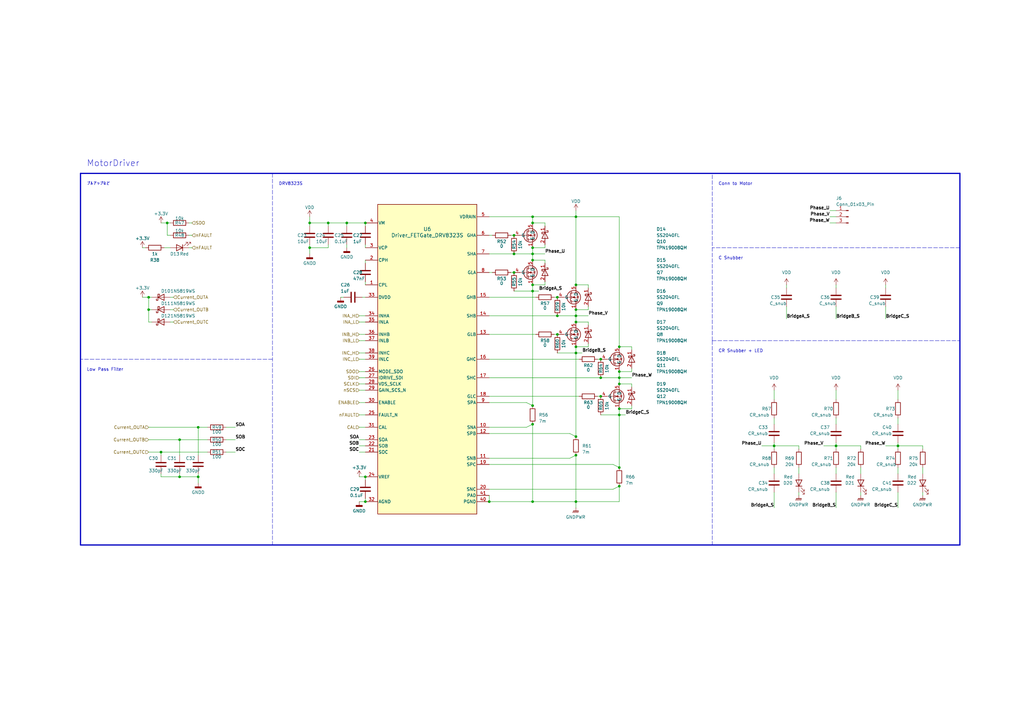
<source format=kicad_sch>
(kicad_sch (version 20230121) (generator eeschema)
  (paper "A3")
  (lib_symbols
    (symbol "Connector:Conn_01x03_Pin" (pin_names (offset 1.016) hide)
      (property "Reference" "J" (at 0 5.08 0))
      (property "Value" "Conn_01x03_Pin" (at 0 -5.08 0))
      (symbol "Conn_01x03_Pin_1_1"
        (polyline (pts (xy 1.27 -2.54) (xy 0.8636 -2.54)) (stroke (width 0.1524)))
        (polyline (pts (xy 1.27 0) (xy 0.8636 0)) (stroke (width 0.1524)))
        (polyline (pts (xy 1.27 2.54) (xy 0.8636 2.54)) (stroke (width 0.1524)))
        (rectangle (start 0.8636 -2.413) (end 0 -2.667) (stroke (width 0.1524)) (fill (type outline)))
        (rectangle (start 0.8636 0.127) (end 0 -0.127) (stroke (width 0.1524)) (fill (type outline)))
        (rectangle (start 0.8636 2.667) (end 0 2.413) (stroke (width 0.1524)) (fill (type outline)))
        (pin passive line (at 5.08 2.54 180) (length 3.81) (name "Pin_1") (number "1"))
        (pin passive line (at 5.08 0 180) (length 3.81) (name "Pin_2") (number "2"))
        (pin passive line (at 5.08 -2.54 180) (length 3.81) (name "Pin_3") (number "3"))
      )
    )
    (symbol "D_Schottky_3" (pin_numbers hide) (pin_names (offset 1.016) hide)
      (property "Reference" "D" (at 0 2.54 0))
      (property "Value" "D_Schottky_3" (at 0 -2.54 0))
      (symbol "D_Schottky_3_0_1"
        (polyline (pts (xy 1.27 0) (xy -1.27 0)))
        (polyline (pts (xy 1.27 1.27) (xy 1.27 -1.27) (xy -1.27 0) (xy 1.27 1.27)) (stroke (width 0.254)))
        (polyline (pts (xy -1.905 0.635) (xy -1.905 1.27) (xy -1.27 1.27) (xy -1.27 -1.27) (xy -0.635 -1.27) (xy -0.635 -0.635)) (stroke (width 0.254)))
      )
      (symbol "D_Schottky_3_1_1"
        (pin passive line (at -3.81 0 0) (length 2.54) (name "K") (number "1"))
        (pin passive line (at 3.81 0 180) (length 2.54) (name "A") (number "2"))
      )
    )
    (symbol "Device:C" (pin_numbers hide) (pin_names (offset 0.254))
      (property "Reference" "C" (at 0.635 2.54 0))
      (property "Value" "C" (at 0.635 -2.54 0))
      (symbol "C_0_1"
        (polyline (pts (xy -2.032 -0.762) (xy 2.032 -0.762)) (stroke (width 0.508)))
        (polyline (pts (xy -2.032 0.762) (xy 2.032 0.762)) (stroke (width 0.508)))
      )
      (symbol "C_1_1"
        (pin passive line (at 0 3.81 270) (length 2.794) (name "~") (number "1"))
        (pin passive line (at 0 -3.81 90) (length 2.794) (name "~") (number "2"))
      )
    )
    (symbol "Device:D_Schottky" (pin_names (offset 1.016) hide)
      (property "Reference" "D" (at 0 2.54 0))
      (property "Value" "D_Schottky" (at 0 -2.54 0))
      (symbol "D_Schottky_0_1"
        (polyline (pts (xy 1.27 0) (xy -1.27 0)))
        (polyline (pts (xy 1.27 1.27) (xy 1.27 -1.27) (xy -1.27 0) (xy 1.27 1.27)) (stroke (width 0.254)))
        (polyline (pts (xy -1.905 0.635) (xy -1.905 1.27) (xy -1.27 1.27) (xy -1.27 -1.27) (xy -0.635 -1.27) (xy -0.635 -0.635)) (stroke (width 0.254)))
      )
      (symbol "D_Schottky_1_1"
        (pin passive line (at -3.81 0 0) (length 2.54) (name "K") (number "1"))
        (pin passive line (at 3.81 0 180) (length 2.54) (name "A") (number "2"))
      )
    )
    (symbol "Device:LED" (pin_numbers hide) (pin_names (offset 1.016) hide)
      (property "Reference" "D" (at 0 2.54 0))
      (property "Value" "LED" (at 0 -2.54 0))
      (symbol "LED_0_1"
        (polyline (pts (xy -1.27 -1.27) (xy -1.27 1.27)) (stroke (width 0.254)))
        (polyline (pts (xy -1.27 0) (xy 1.27 0)))
        (polyline (pts (xy 1.27 -1.27) (xy 1.27 1.27) (xy -1.27 0) (xy 1.27 -1.27)) (stroke (width 0.254)))
        (polyline (pts (xy -3.048 -0.762) (xy -4.572 -2.286) (xy -3.81 -2.286) (xy -4.572 -2.286) (xy -4.572 -1.524)))
        (polyline (pts (xy -1.778 -0.762) (xy -3.302 -2.286) (xy -2.54 -2.286) (xy -3.302 -2.286) (xy -3.302 -1.524)))
      )
      (symbol "LED_1_1"
        (pin passive line (at -3.81 0 0) (length 2.54) (name "K") (number "1"))
        (pin passive line (at 3.81 0 180) (length 2.54) (name "A") (number "2"))
      )
    )
    (symbol "Device:R" (pin_numbers hide) (pin_names (offset 0))
      (property "Reference" "R" (at 2.032 0 90))
      (property "Value" "R" (at 0 0 90))
      (symbol "R_0_1"
        (rectangle (start -1.016 -2.54) (end 1.016 2.54) (stroke (width 0.254)))
      )
      (symbol "R_1_1"
        (pin passive line (at 0 3.81 270) (length 1.27) (name "~") (number "1"))
        (pin passive line (at 0 -3.81 90) (length 1.27) (name "~") (number "2"))
      )
    )
    (symbol "MyLibrary:Driver_FETGate_DRV8323x" (pin_names (offset 0.254))
      (property "Reference" "U" (at 0 2.54 0))
      (property "Value" "Driver_FETGate_DRV8323x" (at 0 0 0))
      (symbol "Driver_FETGate_DRV8323x_0_1"
        (pin unspecified line (at -25.4 53.34 0) (length 5.08) (name "CPL") (number "1"))
        (pin input line (at 25.4 -5.08 180) (length 5.08) (name "SNA") (number "10"))
        (pin input line (at 25.4 -17.78 180) (length 5.08) (name "SNB") (number "11"))
        (pin input line (at 25.4 -7.62 180) (length 5.08) (name "SPB") (number "12"))
        (pin output line (at 25.4 33.02 180) (length 5.08) (name "GLB") (number "13"))
        (pin input line (at 25.4 40.64 180) (length 5.08) (name "SHB") (number "14"))
        (pin output line (at 25.4 48.26 180) (length 5.08) (name "GHB") (number "15"))
        (pin output line (at 25.4 22.86 180) (length 5.08) (name "GHC") (number "16"))
        (pin input line (at 25.4 15.24 180) (length 5.08) (name "SHC") (number "17"))
        (pin output line (at 25.4 7.62 180) (length 5.08) (name "GLC") (number "18"))
        (pin input line (at 25.4 -20.32 180) (length 5.08) (name "SPC") (number "19"))
        (pin unspecified line (at -25.4 63.5 0) (length 5.08) (name "CPH") (number "2"))
        (pin input line (at 25.4 -30.48 180) (length 5.08) (name "SNC") (number "20"))
        (pin output line (at -25.4 -15.24 0) (length 5.08) (name "SOC") (number "21"))
        (pin output line (at -25.4 -12.7 0) (length 5.08) (name "SOB") (number "22"))
        (pin output line (at -25.4 -10.16 0) (length 5.08) (name "SOA") (number "23"))
        (pin input line (at -25.4 -25.4 0) (length 5.08) (name "VREF") (number "24"))
        (pin open_collector line (at -25.4 0 0) (length 5.08) (name "FAULT_N") (number "25"))
        (pin unspecified line (at -25.4 17.78 0) (length 5.08) (name "MODE_SDO") (number "26"))
        (pin input line (at -25.4 15.24 0) (length 5.08) (name "IDRIVE_SDI") (number "27"))
        (pin input line (at -25.4 12.7 0) (length 5.08) (name "VDS_SCLK") (number "28"))
        (pin input line (at -25.4 10.16 0) (length 5.08) (name "GAIN_SCS_N") (number "29"))
        (pin power_in line (at -25.4 68.58 0) (length 5.08) (name "VCP") (number "3"))
        (pin input line (at -25.4 5.08 0) (length 5.08) (name "ENABLE") (number "30"))
        (pin input line (at -25.4 -5.08 0) (length 5.08) (name "CAL") (number "31"))
        (pin power_in line (at -25.4 -35.56 0) (length 5.08) (name "AGND") (number "32"))
        (pin power_in line (at -25.4 48.26 0) (length 5.08) (name "DVDD") (number "33"))
        (pin input line (at -25.4 40.64 0) (length 5.08) (name "INHA") (number "34"))
        (pin input line (at -25.4 38.1 0) (length 5.08) (name "INLA") (number "35"))
        (pin input line (at -25.4 33.02 0) (length 5.08) (name "INHB") (number "36"))
        (pin input line (at -25.4 30.48 0) (length 5.08) (name "INLB") (number "37"))
        (pin input line (at -25.4 25.4 0) (length 5.08) (name "INHC") (number "38"))
        (pin input line (at -25.4 22.86 0) (length 5.08) (name "INLC") (number "39"))
        (pin power_in line (at -25.4 78.74 0) (length 5.08) (name "VM") (number "4"))
        (pin power_in line (at 25.4 -35.56 180) (length 5.08) (name "PGND") (number "40"))
        (pin power_in line (at 25.4 -33.02 180) (length 5.08) (name "PAD") (number "41"))
        (pin input line (at 25.4 81.28 180) (length 5.08) (name "VDRAIN") (number "5"))
        (pin output line (at 25.4 73.66 180) (length 5.08) (name "GHA") (number "6"))
        (pin input line (at 25.4 66.04 180) (length 5.08) (name "SHA") (number "7"))
        (pin output line (at 25.4 58.42 180) (length 5.08) (name "GLA") (number "8"))
        (pin input line (at 25.4 5.08 180) (length 5.08) (name "SPA") (number "9"))
      )
      (symbol "Driver_FETGate_DRV8323x_1_1"
        (rectangle (start -20.32 86.36) (end 20.32 -40.64) (stroke (width 0.254)) (fill (type background)))
      )
    )
    (symbol "Transistor_FET:FDMS8050"
      (property "Reference" "Q" (at 5.08 1.905 0))
      (property "Value" "FDMS8050" (at 5.08 0 0))
      (symbol "FDMS8050_0_1"
        (polyline (pts (xy 0.254 0) (xy -2.54 0)))
        (polyline (pts (xy 0.254 1.905) (xy 0.254 -1.905)) (stroke (width 0.254)))
        (polyline (pts (xy 0.762 -1.27) (xy 0.762 -2.286)) (stroke (width 0.254)))
        (polyline (pts (xy 0.762 0.508) (xy 0.762 -0.508)) (stroke (width 0.254)))
        (polyline (pts (xy 0.762 2.286) (xy 0.762 1.27)) (stroke (width 0.254)))
        (polyline (pts (xy 2.54 2.54) (xy 2.54 1.778)))
        (polyline (pts (xy 2.54 -2.54) (xy 2.54 0) (xy 0.762 0)))
        (polyline (pts (xy 0.762 -1.778) (xy 3.302 -1.778) (xy 3.302 1.778) (xy 0.762 1.778)))
        (polyline (pts (xy 1.016 0) (xy 2.032 0.381) (xy 2.032 -0.381) (xy 1.016 0)) (fill (type outline)))
        (polyline (pts (xy 2.794 0.508) (xy 2.921 0.381) (xy 3.683 0.381) (xy 3.81 0.254)))
        (polyline (pts (xy 3.302 0.381) (xy 2.921 -0.254) (xy 3.683 -0.254) (xy 3.302 0.381)))
        (circle (center 1.651 0) (radius 2.794) (stroke (width 0.254)))
        (circle (center 2.54 -1.778) (radius 0.254) (fill (type outline)))
        (circle (center 2.54 1.778) (radius 0.254) (fill (type outline)))
      )
      (symbol "FDMS8050_1_1"
        (pin passive line (at 2.54 -5.08 90) (length 2.54) (name "S") (number "1"))
        (pin passive line (at 2.54 -5.08 90) (length 2.54) hide (name "S") (number "2"))
        (pin passive line (at 2.54 -5.08 90) (length 2.54) hide (name "S") (number "3"))
        (pin passive line (at -5.08 0 0) (length 2.54) (name "G") (number "4"))
        (pin passive line (at 2.54 5.08 270) (length 2.54) (name "D") (number "5"))
      )
    )
    (symbol "power:+3.3V" (power) (pin_names (offset 0))
      (property "Value" "+3.3V" (at 0 3.556 0))
      (symbol "+3.3V_0_1"
        (polyline (pts (xy -0.762 1.27) (xy 0 2.54)))
        (polyline (pts (xy 0 0) (xy 0 2.54)))
        (polyline (pts (xy 0 2.54) (xy 0.762 1.27)))
      )
      (symbol "+3.3V_1_1"
        (pin power_in line (at 0 0 90) (length 0) hide (name "+3.3V") (number "1"))
      )
    )
    (symbol "power:GNDD" (power) (pin_names (offset 0))
      (property "Value" "GNDD" (at 0 -3.175 0))
      (symbol "GNDD_0_1"
        (rectangle (start -1.27 -1.524) (end 1.27 -2.032) (stroke (width 0.254)) (fill (type outline)))
        (polyline (pts (xy 0 0) (xy 0 -1.524)))
      )
      (symbol "GNDD_1_1"
        (pin power_in line (at 0 0 270) (length 0) hide (name "GNDD") (number "1"))
      )
    )
    (symbol "power:GNDPWR" (power) (pin_names (offset 0))
      (property "Value" "GNDPWR" (at 0 -3.302 0))
      (symbol "GNDPWR_0_1"
        (polyline (pts (xy 0 -1.27) (xy 0 0)))
        (polyline (pts (xy -1.016 -1.27) (xy -1.27 -2.032) (xy -1.27 -2.032)) (stroke (width 0.2032)))
        (polyline (pts (xy -0.508 -1.27) (xy -0.762 -2.032) (xy -0.762 -2.032)) (stroke (width 0.2032)))
        (polyline (pts (xy 0 -1.27) (xy -0.254 -2.032) (xy -0.254 -2.032)) (stroke (width 0.2032)))
        (polyline (pts (xy 0.508 -1.27) (xy 0.254 -2.032) (xy 0.254 -2.032)) (stroke (width 0.2032)))
        (polyline (pts (xy 1.016 -1.27) (xy -1.016 -1.27) (xy -1.016 -1.27)) (stroke (width 0.2032)))
        (polyline (pts (xy 1.016 -1.27) (xy 0.762 -2.032) (xy 0.762 -2.032) (xy 0.762 -2.032)) (stroke (width 0.2032)))
      )
      (symbol "GNDPWR_1_1"
        (pin power_in line (at 0 0 270) (length 0) hide (name "GNDPWR") (number "1"))
      )
    )
    (symbol "power:VDD" (power) (pin_names (offset 0))
      (property "Value" "VDD" (at 0 3.81 0))
      (symbol "VDD_0_1"
        (polyline (pts (xy -0.762 1.27) (xy 0 2.54)))
        (polyline (pts (xy 0 0) (xy 0 2.54)))
        (polyline (pts (xy 0 2.54) (xy 0.762 1.27)))
      )
      (symbol "VDD_1_1"
        (pin power_in line (at 0 0 90) (length 0) hide (name "VDD") (number "1"))
      )
    )
  )
  (junction (at 66.04 185.42))
  (junction (at 254 154.94))
  (junction (at 236.22 142.24))
  (junction (at 81.28 175.26))
  (junction (at 149.86 205.74))
  (junction (at 73.66 195.58))
  (junction (at 149.86 195.58))
  (junction (at 246.38 162.56))
  (junction (at 218.44 104.14))
  (junction (at 218.44 166.37))
  (junction (at 60.96 127))
  (junction (at 60.96 121.92))
  (junction (at 200.66 205.74))
  (junction (at 236.22 144.78))
  (junction (at 236.22 127))
  (junction (at 210.82 111.76))
  (junction (at 236.22 205.74))
  (junction (at 368.3 182.88))
  (junction (at 236.22 186.69))
  (junction (at 236.22 116.84))
  (junction (at 236.22 129.54))
  (junction (at 218.44 106.68))
  (junction (at 218.44 91.44))
  (junction (at 228.6 129.54))
  (junction (at 317.5 182.88))
  (junction (at 254 191.77))
  (junction (at 81.28 195.58))
  (junction (at 254 157.48))
  (junction (at 342.9 182.88))
  (junction (at 218.44 88.9))
  (junction (at 254 167.64))
  (junction (at 218.44 205.74))
  (junction (at 228.6 121.92))
  (junction (at 218.44 119.38))
  (junction (at 68.58 91.44))
  (junction (at 254 152.4))
  (junction (at 218.44 101.6))
  (junction (at 246.38 147.32))
  (junction (at 254 142.24))
  (junction (at 254 199.39))
  (junction (at 218.44 116.84))
  (junction (at 127 91.44))
  (junction (at 228.6 137.16))
  (junction (at 210.82 96.52))
  (junction (at 218.44 173.99))
  (junction (at 134.62 91.44))
  (junction (at 210.82 104.14))
  (junction (at 236.22 132.08))
  (junction (at 236.22 88.9))
  (junction (at 246.38 154.94))
  (junction (at 149.86 91.44))
  (junction (at 73.66 180.34))
  (junction (at 127 101.6))
  (junction (at 236.22 179.07))
  (junction (at 142.24 91.44))
  (junction (at 254 170.18))
  (wire (pts (xy 66.04 185.42) (xy 85.09 185.42)))
  (wire (pts (xy 236.22 208.28) (xy 236.22 205.74)))
  (wire (pts (xy 233.68 177.8) (xy 236.22 179.07)))
  (wire (pts (xy 73.66 194.31) (xy 73.66 195.58)))
  (wire (pts (xy 251.46 190.5) (xy 254 191.77)))
  (wire (pts (xy 251.46 200.66) (xy 254 199.39)))
  (wire (pts (xy 241.3 118.11) (xy 241.3 116.84)))
  (wire (pts (xy 368.3 181.61) (xy 368.3 182.88)))
  (wire (pts (xy 227.33 121.92) (xy 228.6 121.92)))
  (wire (pts (xy 228.6 129.54) (xy 236.22 129.54)))
  (wire (pts (xy 327.66 191.77) (xy 327.66 194.31)))
  (wire (pts (xy 246.38 154.94) (xy 254 154.94)))
  (wire (pts (xy 254 170.18) (xy 254 191.77)))
  (wire (pts (xy 60.96 121.92) (xy 62.23 121.92)))
  (wire (pts (xy 127 100.33) (xy 127 101.6)))
  (polyline (pts (xy 292.1 139.7) (xy 292.1 223.52)) (stroke (width 0) (type dash)))
  (wire (pts (xy 254 199.39) (xy 254 205.74)))
  (polyline (pts (xy 33.02 71.12) (xy 393.7 71.12)) (stroke (width 0.5) (type solid)))
  (wire (pts (xy 69.85 91.44) (xy 68.58 91.44)))
  (wire (pts (xy 147.32 132.08) (xy 149.86 132.08)))
  (wire (pts (xy 254 167.64) (xy 254 170.18)))
  (wire (pts (xy 342.9 182.88) (xy 342.9 184.15)))
  (wire (pts (xy 200.66 88.9) (xy 218.44 88.9)))
  (wire (pts (xy 327.66 184.15) (xy 327.66 182.88)))
  (wire (pts (xy 342.9 191.77) (xy 342.9 194.31)))
  (wire (pts (xy 81.28 175.26) (xy 81.28 186.69)))
  (wire (pts (xy 69.85 132.08) (xy 71.12 132.08)))
  (wire (pts (xy 149.86 116.84) (xy 149.86 115.57)))
  (wire (pts (xy 142.24 100.33) (xy 142.24 101.6)))
  (wire (pts (xy 342.9 125.73) (xy 342.9 130.81)))
  (wire (pts (xy 149.86 121.92) (xy 148.59 121.92)))
  (wire (pts (xy 215.9 165.1) (xy 218.44 166.37)))
  (wire (pts (xy 254 88.9) (xy 236.22 88.9)))
  (wire (pts (xy 200.66 104.14) (xy 210.82 104.14)))
  (wire (pts (xy 142.24 91.44) (xy 149.86 91.44)))
  (wire (pts (xy 147.32 165.1) (xy 149.86 165.1)))
  (wire (pts (xy 81.28 194.31) (xy 81.28 195.58)))
  (wire (pts (xy 245.11 147.32) (xy 246.38 147.32)))
  (wire (pts (xy 147.32 182.88) (xy 149.86 182.88)))
  (polyline (pts (xy 393.7 223.52) (xy 33.02 223.52)) (stroke (width 0.5) (type solid)))
  (wire (pts (xy 66.04 194.31) (xy 66.04 195.58)))
  (wire (pts (xy 147.32 175.26) (xy 149.86 175.26)))
  (wire (pts (xy 368.3 171.45) (xy 368.3 173.99)))
  (wire (pts (xy 254 152.4) (xy 254 154.94)))
  (wire (pts (xy 60.96 180.34) (xy 73.66 180.34)))
  (wire (pts (xy 342.9 171.45) (xy 342.9 173.99)))
  (wire (pts (xy 92.71 175.26) (xy 96.52 175.26)))
  (wire (pts (xy 327.66 201.93) (xy 327.66 203.2)))
  (wire (pts (xy 81.28 175.26) (xy 85.09 175.26)))
  (polyline (pts (xy 393.7 101.6) (xy 292.1 101.6)) (stroke (width 0) (type dash)))
  (wire (pts (xy 68.58 91.44) (xy 68.58 96.52)))
  (wire (pts (xy 200.66 137.16) (xy 219.71 137.16)))
  (wire (pts (xy 127 91.44) (xy 134.62 91.44)))
  (wire (pts (xy 73.66 180.34) (xy 85.09 180.34)))
  (wire (pts (xy 254 142.24) (xy 259.08 142.24)))
  (wire (pts (xy 246.38 170.18) (xy 254 170.18)))
  (wire (pts (xy 200.66 187.96) (xy 233.68 187.96)))
  (wire (pts (xy 322.58 116.84) (xy 322.58 118.11)))
  (wire (pts (xy 209.55 96.52) (xy 210.82 96.52)))
  (wire (pts (xy 312.42 182.88) (xy 317.5 182.88)))
  (wire (pts (xy 147.32 154.94) (xy 149.86 154.94)))
  (wire (pts (xy 147.32 195.58) (xy 149.86 195.58)))
  (wire (pts (xy 241.3 125.73) (xy 241.3 127)))
  (polyline (pts (xy 292.1 139.7) (xy 292.1 71.12)) (stroke (width 0) (type dash)))
  (wire (pts (xy 259.08 151.13) (xy 259.08 152.4)))
  (wire (pts (xy 223.52 100.33) (xy 223.52 101.6)))
  (polyline (pts (xy 111.76 71.12) (xy 111.76 223.52)) (stroke (width 0) (type dash)))
  (wire (pts (xy 317.5 171.45) (xy 317.5 173.99)))
  (wire (pts (xy 317.5 191.77) (xy 317.5 194.31)))
  (wire (pts (xy 218.44 88.9) (xy 236.22 88.9)))
  (wire (pts (xy 353.06 184.15) (xy 353.06 182.88)))
  (wire (pts (xy 67.31 101.6) (xy 69.85 101.6)))
  (polyline (pts (xy 111.76 147.32) (xy 33.02 147.32)) (stroke (width 0) (type dash)))
  (wire (pts (xy 317.5 182.88) (xy 327.66 182.88)))
  (wire (pts (xy 236.22 127) (xy 241.3 127)))
  (wire (pts (xy 77.47 101.6) (xy 78.74 101.6)))
  (wire (pts (xy 342.9 116.84) (xy 342.9 118.11)))
  (wire (pts (xy 200.66 175.26) (xy 215.9 175.26)))
  (wire (pts (xy 227.33 137.16) (xy 228.6 137.16)))
  (wire (pts (xy 134.62 91.44) (xy 134.62 92.71)))
  (wire (pts (xy 236.22 144.78) (xy 236.22 179.07)))
  (wire (pts (xy 200.66 96.52) (xy 201.93 96.52)))
  (wire (pts (xy 223.52 107.95) (xy 223.52 106.68)))
  (wire (pts (xy 236.22 142.24) (xy 236.22 144.78)))
  (wire (pts (xy 368.3 191.77) (xy 368.3 194.31)))
  (wire (pts (xy 147.32 152.4) (xy 149.86 152.4)))
  (wire (pts (xy 218.44 101.6) (xy 223.52 101.6)))
  (wire (pts (xy 218.44 104.14) (xy 223.52 104.14)))
  (wire (pts (xy 147.32 170.18) (xy 149.86 170.18)))
  (wire (pts (xy 342.9 182.88) (xy 353.06 182.88)))
  (wire (pts (xy 134.62 100.33) (xy 134.62 101.6)))
  (wire (pts (xy 254 170.18) (xy 256.54 170.18)))
  (wire (pts (xy 60.96 127) (xy 62.23 127)))
  (wire (pts (xy 92.71 180.34) (xy 96.52 180.34)))
  (wire (pts (xy 218.44 106.68) (xy 218.44 104.14)))
  (wire (pts (xy 340.36 86.36) (xy 342.9 86.36)))
  (wire (pts (xy 236.22 127) (xy 236.22 129.54)))
  (wire (pts (xy 60.96 121.92) (xy 60.96 127)))
  (wire (pts (xy 236.22 132.08) (xy 236.22 129.54)))
  (wire (pts (xy 147.32 160.02) (xy 149.86 160.02)))
  (wire (pts (xy 218.44 119.38) (xy 220.98 119.38)))
  (wire (pts (xy 228.6 144.78) (xy 236.22 144.78)))
  (wire (pts (xy 337.82 182.88) (xy 342.9 182.88)))
  (wire (pts (xy 60.96 132.08) (xy 62.23 132.08)))
  (wire (pts (xy 134.62 91.44) (xy 142.24 91.44)))
  (wire (pts (xy 60.96 127) (xy 60.96 132.08)))
  (polyline (pts (xy 292.1 139.7) (xy 393.7 139.7)) (stroke (width 0) (type dash)))
  (wire (pts (xy 378.46 201.93) (xy 378.46 203.2)))
  (wire (pts (xy 378.46 184.15) (xy 378.46 182.88)))
  (wire (pts (xy 340.36 91.44) (xy 342.9 91.44)))
  (wire (pts (xy 200.66 177.8) (xy 233.68 177.8)))
  (wire (pts (xy 236.22 144.78) (xy 238.76 144.78)))
  (wire (pts (xy 147.32 139.7) (xy 149.86 139.7)))
  (wire (pts (xy 73.66 180.34) (xy 73.66 186.69)))
  (wire (pts (xy 218.44 173.99) (xy 218.44 205.74)))
  (wire (pts (xy 317.5 201.93) (xy 317.5 208.28)))
  (wire (pts (xy 66.04 91.44) (xy 68.58 91.44)))
  (wire (pts (xy 147.32 147.32) (xy 149.86 147.32)))
  (wire (pts (xy 200.66 121.92) (xy 219.71 121.92)))
  (wire (pts (xy 147.32 137.16) (xy 149.86 137.16)))
  (wire (pts (xy 363.22 125.73) (xy 363.22 130.81)))
  (wire (pts (xy 81.28 198.12) (xy 81.28 195.58)))
  (wire (pts (xy 127 101.6) (xy 134.62 101.6)))
  (wire (pts (xy 66.04 195.58) (xy 73.66 195.58)))
  (wire (pts (xy 139.7 121.92) (xy 140.97 121.92)))
  (wire (pts (xy 58.42 121.92) (xy 60.96 121.92)))
  (wire (pts (xy 363.22 182.88) (xy 368.3 182.88)))
  (polyline (pts (xy 33.02 223.52) (xy 33.02 71.12)) (stroke (width 0.5) (type solid)))
  (wire (pts (xy 223.52 92.71) (xy 223.52 91.44)))
  (wire (pts (xy 254 154.94) (xy 254 157.48)))
  (wire (pts (xy 77.47 96.52) (xy 78.74 96.52)))
  (wire (pts (xy 147.32 129.54) (xy 149.86 129.54)))
  (wire (pts (xy 259.08 158.75) (xy 259.08 157.48)))
  (wire (pts (xy 218.44 116.84) (xy 223.52 116.84)))
  (wire (pts (xy 77.47 91.44) (xy 78.74 91.44)))
  (wire (pts (xy 368.3 201.93) (xy 368.3 208.28)))
  (wire (pts (xy 200.66 147.32) (xy 237.49 147.32)))
  (wire (pts (xy 69.85 127) (xy 71.12 127)))
  (wire (pts (xy 60.96 185.42) (xy 66.04 185.42)))
  (wire (pts (xy 342.9 181.61) (xy 342.9 182.88)))
  (wire (pts (xy 200.66 200.66) (xy 251.46 200.66)))
  (wire (pts (xy 342.9 201.93) (xy 342.9 208.28)))
  (wire (pts (xy 59.69 101.6) (xy 58.42 101.6)))
  (wire (pts (xy 147.32 205.74) (xy 149.86 205.74)))
  (wire (pts (xy 66.04 185.42) (xy 66.04 186.69)))
  (wire (pts (xy 259.08 143.51) (xy 259.08 142.24)))
  (wire (pts (xy 254 142.24) (xy 254 88.9)))
  (wire (pts (xy 368.3 182.88) (xy 368.3 184.15)))
  (wire (pts (xy 92.71 185.42) (xy 96.52 185.42)))
  (wire (pts (xy 149.86 92.71) (xy 149.86 91.44)))
  (wire (pts (xy 236.22 142.24) (xy 241.3 142.24)))
  (wire (pts (xy 147.32 180.34) (xy 149.86 180.34)))
  (wire (pts (xy 215.9 175.26) (xy 218.44 173.99)))
  (wire (pts (xy 200.66 190.5) (xy 251.46 190.5)))
  (wire (pts (xy 69.85 96.52) (xy 68.58 96.52)))
  (wire (pts (xy 378.46 191.77) (xy 378.46 194.31)))
  (wire (pts (xy 368.3 182.88) (xy 378.46 182.88)))
  (wire (pts (xy 236.22 129.54) (xy 241.3 129.54)))
  (wire (pts (xy 218.44 116.84) (xy 218.44 119.38)))
  (wire (pts (xy 149.86 106.68) (xy 149.86 107.95)))
  (wire (pts (xy 236.22 205.74) (xy 254 205.74)))
  (wire (pts (xy 142.24 91.44) (xy 142.24 92.71)))
  (wire (pts (xy 69.85 121.92) (xy 71.12 121.92)))
  (wire (pts (xy 317.5 160.02) (xy 317.5 163.83)))
  (wire (pts (xy 353.06 191.77) (xy 353.06 194.31)))
  (wire (pts (xy 322.58 125.73) (xy 322.58 130.81)))
  (wire (pts (xy 200.66 129.54) (xy 228.6 129.54)))
  (wire (pts (xy 218.44 91.44) (xy 223.52 91.44)))
  (wire (pts (xy 200.66 111.76) (xy 201.93 111.76)))
  (wire (pts (xy 200.66 165.1) (xy 215.9 165.1)))
  (wire (pts (xy 254 157.48) (xy 259.08 157.48)))
  (wire (pts (xy 147.32 144.78) (xy 149.86 144.78)))
  (wire (pts (xy 218.44 119.38) (xy 218.44 166.37)))
  (wire (pts (xy 340.36 88.9) (xy 342.9 88.9)))
  (wire (pts (xy 127 92.71) (xy 127 91.44)))
  (wire (pts (xy 60.96 175.26) (xy 81.28 175.26)))
  (wire (pts (xy 200.66 205.74) (xy 218.44 205.74)))
  (wire (pts (xy 149.86 101.6) (xy 149.86 100.33)))
  (wire (pts (xy 353.06 201.93) (xy 353.06 203.2)))
  (wire (pts (xy 233.68 187.96) (xy 236.22 186.69)))
  (wire (pts (xy 245.11 162.56) (xy 246.38 162.56)))
  (wire (pts (xy 317.5 182.88) (xy 317.5 184.15)))
  (polyline (pts (xy 393.7 71.12) (xy 393.7 223.52)) (stroke (width 0.5) (type solid)))
  (wire (pts (xy 241.3 133.35) (xy 241.3 132.08)))
  (wire (pts (xy 241.3 140.97) (xy 241.3 142.24)))
  (wire (pts (xy 236.22 88.9) (xy 236.22 116.84)))
  (wire (pts (xy 259.08 166.37) (xy 259.08 167.64)))
  (wire (pts (xy 254 152.4) (xy 259.08 152.4)))
  (wire (pts (xy 149.86 204.47) (xy 149.86 205.74)))
  (wire (pts (xy 218.44 119.38) (xy 210.82 119.38)))
  (wire (pts (xy 200.66 154.94) (xy 246.38 154.94)))
  (wire (pts (xy 368.3 160.02) (xy 368.3 163.83)))
  (wire (pts (xy 127 88.9) (xy 127 91.44)))
  (wire (pts (xy 149.86 195.58) (xy 149.86 196.85)))
  (wire (pts (xy 218.44 88.9) (xy 218.44 91.44)))
  (wire (pts (xy 200.66 203.2) (xy 200.66 205.74)))
  (wire (pts (xy 127 104.14) (xy 127 101.6)))
  (wire (pts (xy 254 154.94) (xy 259.08 154.94)))
  (wire (pts (xy 200.66 162.56) (xy 237.49 162.56)))
  (wire (pts (xy 210.82 104.14) (xy 218.44 104.14)))
  (wire (pts (xy 81.28 195.58) (xy 73.66 195.58)))
  (wire (pts (xy 218.44 106.68) (xy 223.52 106.68)))
  (wire (pts (xy 223.52 115.57) (xy 223.52 116.84)))
  (wire (pts (xy 218.44 101.6) (xy 218.44 104.14)))
  (wire (pts (xy 218.44 205.74) (xy 236.22 205.74)))
  (wire (pts (xy 209.55 111.76) (xy 210.82 111.76)))
  (wire (pts (xy 236.22 116.84) (xy 241.3 116.84)))
  (wire (pts (xy 147.32 157.48) (xy 149.86 157.48)))
  (wire (pts (xy 363.22 116.84) (xy 363.22 118.11)))
  (wire (pts (xy 236.22 186.69) (xy 236.22 205.74)))
  (wire (pts (xy 317.5 181.61) (xy 317.5 182.88)))
  (wire (pts (xy 147.32 185.42) (xy 149.86 185.42)))
  (wire (pts (xy 236.22 86.36) (xy 236.22 88.9)))
  (wire (pts (xy 254 167.64) (xy 259.08 167.64)))
  (wire (pts (xy 342.9 160.02) (xy 342.9 163.83)))
  (wire (pts (xy 236.22 132.08) (xy 241.3 132.08)))
  (text "CR Snubber + LED" (at 294.64 144.78 0) (effects (font (size 1.27 1.27)) (justify left bottom)))
  (text "プルアップなど" (at 35.56 76.2 0) (effects (font (size 1.27 1.27)) (justify left bottom)))
  (text "DRV8323S" (at 114.3 76.2 0) (effects (font (size 1.27 1.27)) (justify left bottom)))
  (text "MotorDriver" (at 35.56 68.58 0) (effects (font (size 2.54 2.54)) (justify left bottom)))
  (text "Conn to Motor" (at 294.64 76.2 0) (effects (font (size 1.27 1.27)) (justify left bottom)))
  (text "Low Pass Filter" (at 35.56 152.4 0) (effects (font (size 1.27 1.27)) (justify left bottom)))
  (text "C Snubber" (at 294.64 106.68 0) (effects (font (size 1.27 1.27)) (justify left bottom)))
  (label "BridgeB_S" (at 342.9 208.28 180) (effects (font (thickness 0.254) bold)))
  (label "Phase_V" (at 340.36 88.9 180) (effects (font (thickness 0.254) bold)))
  (label "SOC" (at 96.52 185.42 0) (effects (font (thickness 0.254) bold)))
  (label "BridgeC_S" (at 368.3 208.28 180) (effects (font (thickness 0.254) bold)))
  (label "BridgeC_S" (at 256.54 170.18 0) (effects (font (thickness 0.254) bold)))
  (label "SOA" (at 147.32 180.34 180) (effects (font (thickness 0.254) bold)))
  (label "SOA" (at 96.52 175.26 0) (effects (font (thickness 0.254) bold)))
  (label "Phase_W" (at 363.22 182.88 180) (effects (font (thickness 0.254) bold)))
  (label "BridgeC_S" (at 363.22 130.81 0) (effects (font (thickness 0.254) bold)))
  (label "Phase_U" (at 312.42 182.88 180) (effects (font (thickness 0.254) bold)))
  (label "SOB" (at 96.52 180.34 0) (effects (font (thickness 0.254) bold)))
  (label "Phase_V" (at 337.82 182.88 180) (effects (font (thickness 0.254) bold)))
  (label "SOC" (at 147.32 185.42 180) (effects (font (thickness 0.254) bold)))
  (label "Phase_U" (at 340.36 86.36 180) (effects (font (thickness 0.254) bold)))
  (label "Phase_U" (at 223.52 104.14 0) (effects (font (thickness 0.254) bold)))
  (label "BridgeB_S" (at 342.9 130.81 0) (effects (font (thickness 0.254) bold)))
  (label "Phase_W" (at 340.36 91.44 180) (effects (font (thickness 0.254) bold)))
  (label "BridgeB_S" (at 238.76 144.78 0) (effects (font (thickness 0.254) bold)))
  (label "BridgeA_S" (at 317.5 208.28 180) (effects (font (thickness 0.254) bold)))
  (label "BridgeA_S" (at 220.98 119.38 0) (effects (font (thickness 0.254) bold)))
  (label "SOB" (at 147.32 182.88 180) (effects (font (thickness 0.254) bold)))
  (label "BridgeA_S" (at 322.58 130.81 0) (effects (font (thickness 0.254) bold)))
  (label "Phase_V" (at 241.3 129.54 0) (effects (font (thickness 0.254) bold)))
  (label "Phase_W" (at 259.08 154.94 0) (effects (font (thickness 0.254) bold)))
  (hierarchical_label "SDO" (shape input) (at 147.32 152.4 180))
  (hierarchical_label "SDI" (shape input) (at 147.32 154.94 180))
  (hierarchical_label "INB_H" (shape input) (at 147.32 137.16 180))
  (hierarchical_label "nFAULT" (shape input) (at 78.74 101.6 0))
  (hierarchical_label "nFAULT" (shape input) (at 147.32 170.18 180))
  (hierarchical_label "Current_OUTB" (shape input) (at 71.12 127 0))
  (hierarchical_label "nFAULT" (shape input) (at 78.74 96.52 0))
  (hierarchical_label "INC_L" (shape input) (at 147.32 147.32 180))
  (hierarchical_label "Current_OUTC" (shape input) (at 60.96 185.42 180))
  (hierarchical_label "CAL" (shape input) (at 147.32 175.26 180))
  (hierarchical_label "INC_H" (shape input) (at 147.32 144.78 180))
  (hierarchical_label "INA_L" (shape input) (at 147.32 132.08 180))
  (hierarchical_label "SDO" (shape input) (at 78.74 91.44 0))
  (hierarchical_label "Current_OUTC" (shape input) (at 71.12 132.08 0))
  (hierarchical_label "Current_OUTB" (shape input) (at 60.96 180.34 180))
  (hierarchical_label "Current_OUTA" (shape input) (at 71.12 121.92 0))
  (hierarchical_label "Current_OUTA" (shape input) (at 60.96 175.26 180))
  (hierarchical_label "INA_H" (shape input) (at 147.32 129.54 180))
  (hierarchical_label "INB_L" (shape input) (at 147.32 139.7 180))
  (hierarchical_label "SCLK" (shape input) (at 147.32 157.48 180))
  (hierarchical_label "nSCS" (shape input) (at 147.32 160.02 180))
  (hierarchical_label "ENABLE" (shape input) (at 147.32 165.1 180))
  (symbol (lib_name "D_Schottky_3") (lib_id "Device:D_Schottky") (at 66.04 121.92 0) (mirror x) (unit 1)
    (property "Reference" "D10" (at 66.04 119.38 0) (effects (justify left)))
    (property "Value" "1N5819WS" (at 69.85 119.38 0) (effects (justify left)))
    (property "Footprint" "Diode_SMD:D_SOD-323_HandSoldering" (effects hide))
  )
  (symbol (lib_id "power:VDD") (at 322.58 116.84 0) (unit 1)
    (property "Reference" "#PWR076" (effects hide))
    (property "Value" "VDD" (at 322.58 111.76 0))
  )
  (symbol (lib_id "Device:R") (at 317.5 187.96 0) (mirror x) (unit 1)
    (property "Reference" "R68" (at 312.42 187.96 0) (effects (justify left)))
    (property "Value" "CR_snub" (at 307.34 190.5 0) (effects (justify left)))
    (property "Footprint" "Resistor_SMD:R_0603_1608Metric" (effects hide))
  )
  (symbol (lib_id "Device:C") (at 73.66 190.5 0) (unit 1)
    (property "Reference" "C31" (at 68.58 187.96 0) (effects (justify left)))
    (property "Value" "330pF" (at 68.58 193.04 0) (effects (justify left)))
    (property "Footprint" "Capacitor_SMD:C_0603_1608Metric" (effects hide))
  )
  (symbol (lib_id "Transistor_FET:FDMS8050") (at 251.46 147.32 0) (unit 1)
    (property "Reference" "Q11" (at 269.24 149.86 0) (effects (justify left)))
    (property "Value" "TPN19008QM" (at 269.24 152.4 0) (effects (justify left)))
    (property "Footprint" "MyLibrary:Package_TSON-Advance" (effects hide))
    (property "Datasheet" "https://www.onsemi.com/pub/Collateral/FDMS8050-D.pdf" (effects hide))
  )
  (symbol (lib_id "Device:C") (at 142.24 96.52 0) (unit 1)
    (property "Reference" "C25" (at 137.16 96.52 0) (effects (justify left)))
    (property "Value" "0.1uF" (at 137.16 99.06 0) (effects (justify left)))
    (property "Footprint" "Capacitor_SMD:C_0402_1005Metric" (effects hide))
  )
  (symbol (lib_id "Transistor_FET:FDMS8050") (at 215.9 111.76 0) (unit 1)
    (property "Reference" "Q7" (at 269.24 111.76 0) (effects (justify left)))
    (property "Value" "TPN19008QM" (at 269.24 114.3 0) (effects (justify left)))
    (property "Footprint" "MyLibrary:Package_TSON-Advance" (effects hide))
    (property "Datasheet" "https://www.onsemi.com/pub/Collateral/FDMS8050-D.pdf" (effects hide))
  )
  (symbol (lib_id "Device:D_Schottky") (at 259.08 147.32 270) (unit 1)
    (property "Reference" "D18" (at 269.24 144.78 90) (effects (justify left)))
    (property "Value" "SS2040FL" (at 269.24 147.32 90) (effects (justify left)))
    (property "Footprint" "Diode_SMD:D_SOD-123" (effects hide))
  )
  (symbol (lib_id "Device:R") (at 327.66 187.96 0) (mirror y) (unit 1)
    (property "Reference" "R69" (at 323.85 187.96 0))
    (property "Value" "20k" (at 323.85 190.5 0))
    (property "Footprint" "Resistor_SMD:R_0402_1005Metric" (effects hide))
  )
  (symbol (lib_id "power:+3.3V") (at 147.32 195.58 0) (unit 1)
    (property "Reference" "#PWR069" (effects hide))
    (property "Value" "+3.3V" (at 147.32 191.77 0))
  )
  (symbol (lib_id "Device:R") (at 378.46 187.96 0) (mirror y) (unit 1)
    (property "Reference" "R75" (at 374.65 187.96 0))
    (property "Value" "20k" (at 374.65 190.5 0))
    (property "Footprint" "Resistor_SMD:R_0402_1005Metric" (effects hide))
  )
  (symbol (lib_id "Device:D_Schottky") (at 259.08 162.56 270) (unit 1)
    (property "Reference" "D19" (at 269.24 157.48 90) (effects (justify left)))
    (property "Value" "SS2040FL" (at 269.24 160.02 90) (effects (justify left)))
    (property "Footprint" "Diode_SMD:D_SOD-123" (effects hide))
  )
  (symbol (lib_id "Device:R") (at 205.74 111.76 90) (mirror x) (unit 1)
    (property "Reference" "R53" (at 205.74 114.3 90))
    (property "Value" "0" (at 205.74 116.205 90))
    (property "Footprint" "Resistor_SMD:R_0603_1608Metric" (effects hide))
  )
  (symbol (lib_id "power:VDD") (at 127 88.9 0) (unit 1)
    (property "Reference" "#PWR065" (effects hide))
    (property "Value" "VDD" (at 127 85.09 0))
  )
  (symbol (lib_id "power:VDD") (at 342.9 160.02 0) (unit 1)
    (property "Reference" "#PWR080" (effects hide))
    (property "Value" "VDD" (at 342.9 154.94 0))
  )
  (symbol (lib_id "Device:R") (at 63.5 101.6 270) (mirror x) (unit 1)
    (property "Reference" "R38" (at 63.5 106.68 90))
    (property "Value" "1k" (at 63.5 104.14 90))
    (property "Footprint" "Resistor_SMD:R_0402_1005Metric" (effects hide))
  )
  (symbol (lib_id "Device:R") (at 368.3 187.96 0) (mirror x) (unit 1)
    (property "Reference" "R74" (at 363.22 187.96 0) (effects (justify left)))
    (property "Value" "CR_snub" (at 359.41 190.5 0) (effects (justify left)))
    (property "Footprint" "Resistor_SMD:R_0603_1608Metric" (effects hide))
  )
  (symbol (lib_id "Device:C") (at 317.5 198.12 0) (mirror x) (unit 1)
    (property "Reference" "C34" (at 314.96 198.12 0) (effects (justify right)))
    (property "Value" "CR_snub" (at 314.96 200.66 0) (effects (justify right)))
    (property "Footprint" "Capacitor_SMD:C_0603_1608Metric" (effects hide))
  )
  (symbol (lib_id "power:VDD") (at 236.22 86.36 0) (unit 1)
    (property "Reference" "#PWR072" (effects hide))
    (property "Value" "VDD" (at 236.22 82.55 0))
  )
  (symbol (lib_id "Device:R") (at 205.74 96.52 90) (mirror x) (unit 1)
    (property "Reference" "R52" (at 205.74 99.06 90))
    (property "Value" "0" (at 205.74 100.965 90))
    (property "Footprint" "Resistor_SMD:R_0603_1608Metric" (effects hide))
  )
  (symbol (lib_id "Device:C") (at 363.22 121.92 0) (mirror x) (unit 1)
    (property "Reference" "C39" (at 360.68 121.92 0) (effects (justify right)))
    (property "Value" "C_snub" (at 363.22 124.46 0) (effects (justify right)))
    (property "Footprint" "Capacitor_SMD:C_0603_1608Metric" (effects hide))
  )
  (symbol (lib_id "Device:R") (at 246.38 151.13 0) (mirror x) (unit 1)
    (property "Reference" "R64" (at 246.38 151.13 90))
    (property "Value" "10k" (at 248.92 151.13 90))
    (property "Footprint" "Resistor_SMD:R_0402_1005Metric" (effects hide))
  )
  (symbol (lib_id "Device:C") (at 66.04 190.5 0) (unit 1)
    (property "Reference" "C30" (at 60.96 187.96 0) (effects (justify left)))
    (property "Value" "330pF" (at 60.96 193.04 0) (effects (justify left)))
    (property "Footprint" "Capacitor_SMD:C_0603_1608Metric" (effects hide))
  )
  (symbol (lib_id "Device:R") (at 342.9 167.64 0) (mirror x) (unit 1)
    (property "Reference" "R70" (at 337.82 167.64 0) (effects (justify left)))
    (property "Value" "CR_snub" (at 332.74 170.18 0) (effects (justify left)))
    (property "Footprint" "Resistor_SMD:R_0603_1608Metric" (effects hide))
  )
  (symbol (lib_id "Device:R") (at 254 195.58 180) (unit 1)
    (property "Reference" "R66" (at 256.54 195.58 0) (effects (justify right)))
    (property "Value" "7m" (at 256.54 198.12 0) (effects (justify right)))
    (property "Footprint" "Resistor_SMD:R_2512_6332Metric" (effects hide))
  )
  (symbol (lib_id "Device:C") (at 81.28 190.5 0) (unit 1)
    (property "Reference" "C32" (at 76.2 187.96 0) (effects (justify left)))
    (property "Value" "330pF" (at 76.2 193.04 0) (effects (justify left)))
    (property "Footprint" "Capacitor_SMD:C_0603_1608Metric" (effects hide))
  )
  (symbol (lib_id "Device:D_Schottky") (at 241.3 137.16 270) (unit 1)
    (property "Reference" "D17" (at 269.24 132.08 90) (effects (justify left)))
    (property "Value" "SS2040FL" (at 269.24 134.62 90) (effects (justify left)))
    (property "Footprint" "Diode_SMD:D_SOD-123" (effects hide))
  )
  (symbol (lib_id "power:+3.3V") (at 66.04 91.44 0) (unit 1)
    (property "Reference" "#PWR062" (effects hide))
    (property "Value" "+3.3V" (at 66.04 87.63 0))
  )
  (symbol (lib_id "Device:C") (at 149.86 200.66 0) (unit 1)
    (property "Reference" "C29" (at 143.51 200.66 0) (effects (justify left)))
    (property "Value" "0.1uF" (at 143.51 203.2 0) (effects (justify left)))
    (property "Footprint" "Capacitor_SMD:C_0402_1005Metric" (effects hide))
  )
  (symbol (lib_id "power:GNDPWR") (at 378.46 203.2 0) (unit 1)
    (property "Reference" "#PWR075" (effects hide))
    (property "Value" "GNDPWR" (at 378.333 207.01 0))
  )
  (symbol (lib_id "Transistor_FET:FDMS8050") (at 233.68 137.16 0) (unit 1)
    (property "Reference" "Q8" (at 269.24 137.16 0) (effects (justify left)))
    (property "Value" "TPN19008QM" (at 269.24 139.7 0) (effects (justify left)))
    (property "Footprint" "MyLibrary:Package_TSON-Advance" (effects hide))
    (property "Datasheet" "https://www.onsemi.com/pub/Collateral/FDMS8050-D.pdf" (effects hide))
  )
  (symbol (lib_id "Connector:Conn_01x03_Pin") (at 347.98 88.9 0) (mirror y) (unit 1)
    (property "Reference" "J6" (at 342.9 81.28 0) (effects (justify right)))
    (property "Value" "Conn_01x03_Pin" (at 342.9 83.82 0) (effects (justify right)))
    (property "Footprint" "Connector_Molex:Molex_SPOX_5268-03A_1x03_P2.50mm_Horizontal" (effects hide))
  )
  (symbol (lib_id "Device:R") (at 241.3 162.56 90) (mirror x) (unit 1)
    (property "Reference" "R63" (at 241.3 165.1 90))
    (property "Value" "0" (at 241.3 167.005 90))
    (property "Footprint" "Resistor_SMD:R_0603_1608Metric" (effects hide))
  )
  (symbol (lib_id "Transistor_FET:FDMS8050") (at 233.68 121.92 0) (unit 1)
    (property "Reference" "Q9" (at 269.24 124.46 0) (effects (justify left)))
    (property "Value" "TPN19008QM" (at 269.24 127 0) (effects (justify left)))
    (property "Footprint" "MyLibrary:Package_TSON-Advance" (effects hide))
    (property "Datasheet" "https://www.onsemi.com/pub/Collateral/FDMS8050-D.pdf" (effects hide))
  )
  (symbol (lib_id "power:+3.3V") (at 58.42 101.6 0) (unit 1)
    (property "Reference" "#PWR060" (effects hide))
    (property "Value" "+3.3V" (at 58.42 97.79 0))
  )
  (symbol (lib_id "Device:R") (at 73.66 96.52 270) (mirror x) (unit 1)
    (property "Reference" "R48" (at 73.66 96.52 90))
    (property "Value" "10k" (at 73.66 94.615 90))
    (property "Footprint" "Resistor_SMD:R_0402_1005Metric" (effects hide))
  )
  (symbol (lib_id "Device:R") (at 246.38 166.37 180) (unit 1)
    (property "Reference" "R65" (at 246.38 166.37 90))
    (property "Value" "10k" (at 248.92 166.37 90))
    (property "Footprint" "Resistor_SMD:R_0402_1005Metric" (effects hide))
  )
  (symbol (lib_id "Device:R") (at 241.3 147.32 90) (mirror x) (unit 1)
    (property "Reference" "R62" (at 241.3 149.86 90))
    (property "Value" "0" (at 241.3 151.765 90))
    (property "Footprint" "Resistor_SMD:R_0603_1608Metric" (effects hide))
  )
  (symbol (lib_id "power:VDD") (at 342.9 116.84 0) (unit 1)
    (property "Reference" "#PWR078" (effects hide))
    (property "Value" "VDD" (at 342.9 111.76 0))
  )
  (symbol (lib_id "Device:R") (at 88.9 180.34 270) (unit 1)
    (property "Reference" "R50" (at 88.9 180.34 90))
    (property "Value" "100" (at 88.9 182.245 90))
    (property "Footprint" "Resistor_SMD:R_0603_1608Metric" (effects hide))
  )
  (symbol (lib_id "Device:R") (at 368.3 167.64 0) (mirror x) (unit 1)
    (property "Reference" "R73" (at 363.22 167.64 0) (effects (justify left)))
    (property "Value" "CR_snub" (at 358.14 170.18 0) (effects (justify left)))
    (property "Footprint" "Resistor_SMD:R_0603_1608Metric" (effects hide))
  )
  (symbol (lib_id "Device:C") (at 368.3 177.8 0) (mirror x) (unit 1)
    (property "Reference" "C40" (at 365.76 175.26 0) (effects (justify right)))
    (property "Value" "CR_snub" (at 365.76 177.8 0) (effects (justify right)))
    (property "Footprint" "Capacitor_SMD:C_0603_1608Metric" (effects hide))
  )
  (symbol (lib_id "Transistor_FET:FDMS8050") (at 251.46 162.56 0) (unit 1)
    (property "Reference" "Q12" (at 269.24 162.56 0) (effects (justify left)))
    (property "Value" "TPN19008QM" (at 269.24 165.1 0) (effects (justify left)))
    (property "Footprint" "MyLibrary:Package_TSON-Advance" (effects hide))
    (property "Datasheet" "https://www.onsemi.com/pub/Collateral/FDMS8050-D.pdf" (effects hide))
  )
  (symbol (lib_id "Device:R") (at 353.06 187.96 0) (mirror y) (unit 1)
    (property "Reference" "R72" (at 349.25 187.96 0))
    (property "Value" "20k" (at 349.25 190.5 0))
    (property "Footprint" "Resistor_SMD:R_0402_1005Metric" (effects hide))
  )
  (symbol (lib_id "power:GNDD") (at 127 104.14 0) (unit 1)
    (property "Reference" "#PWR066" (effects hide))
    (property "Value" "GNDD" (at 127 107.95 0))
  )
  (symbol (lib_id "power:GNDD") (at 147.32 205.74 0) (unit 1)
    (property "Reference" "#PWR070" (effects hide))
    (property "Value" "GNDD" (at 147.32 209.55 0))
  )
  (symbol (lib_id "Device:R") (at 88.9 175.26 270) (unit 1)
    (property "Reference" "R49" (at 88.9 175.26 90))
    (property "Value" "100" (at 88.9 177.165 90))
    (property "Footprint" "Resistor_SMD:R_0603_1608Metric" (effects hide))
  )
  (symbol (lib_id "Device:D_Schottky") (at 223.52 96.52 270) (unit 1)
    (property "Reference" "D14" (at 269.24 93.98 90) (effects (justify left)))
    (property "Value" "SS2040FL" (at 269.24 96.52 90) (effects (justify left)))
    (property "Footprint" "Diode_SMD:D_SOD-123" (effects hide))
  )
  (symbol (lib_id "Device:LED") (at 327.66 198.12 90) (unit 1)
    (property "Reference" "D20" (at 325.12 198.12 90) (effects (justify left)))
    (property "Value" "Red" (at 325.12 195.58 90) (effects (justify left)))
    (property "Footprint" "LED_SMD:LED_0603_1608Metric_Pad1.05x0.95mm_HandSolder" (effects hide))
  )
  (symbol (lib_id "Device:R") (at 236.22 182.88 180) (unit 1)
    (property "Reference" "R61" (at 238.76 182.88 0) (effects (justify right)))
    (property "Value" "7m" (at 238.76 185.42 0) (effects (justify right)))
    (property "Footprint" "Resistor_SMD:R_2512_6332Metric" (effects hide))
  )
  (symbol (lib_name "D_Schottky_3") (lib_id "Device:D_Schottky") (at 66.04 127 0) (mirror x) (unit 1)
    (property "Reference" "D11" (at 66.04 124.46 0) (effects (justify left)))
    (property "Value" "1N5819WS" (at 69.85 124.46 0) (effects (justify left)))
    (property "Footprint" "Diode_SMD:D_SOD-323_HandSoldering" (effects hide))
  )
  (symbol (lib_id "Device:C") (at 149.86 96.52 0) (unit 1)
    (property "Reference" "C27" (at 144.78 96.52 0) (effects (justify left)))
    (property "Value" "1uF" (at 144.78 99.06 0) (effects (justify left)))
    (property "Footprint" "Capacitor_SMD:C_0402_1005Metric" (effects hide))
  )
  (symbol (lib_id "Device:R") (at 223.52 121.92 90) (mirror x) (unit 1)
    (property "Reference" "R57" (at 223.52 124.46 90))
    (property "Value" "0" (at 223.52 126.365 90))
    (property "Footprint" "Resistor_SMD:R_0603_1608Metric" (effects hide))
  )
  (symbol (lib_id "Device:R") (at 73.66 91.44 270) (mirror x) (unit 1)
    (property "Reference" "R47" (at 73.66 91.44 90))
    (property "Value" "10k" (at 73.66 89.535 90))
    (property "Footprint" "Resistor_SMD:R_0402_1005Metric" (effects hide))
  )
  (symbol (lib_id "Device:C") (at 368.3 198.12 0) (mirror x) (unit 1)
    (property "Reference" "C41" (at 365.76 198.12 0) (effects (justify right)))
    (property "Value" "CR_snub" (at 365.76 200.66 0) (effects (justify right)))
    (property "Footprint" "Capacitor_SMD:C_0603_1608Metric" (effects hide))
  )
  (symbol (lib_id "Device:C") (at 342.9 198.12 0) (mirror x) (unit 1)
    (property "Reference" "C38" (at 340.36 198.12 0) (effects (justify right)))
    (property "Value" "CR_snub" (at 340.36 200.66 0) (effects (justify right)))
    (property "Footprint" "Capacitor_SMD:C_0603_1608Metric" (effects hide))
  )
  (symbol (lib_id "Device:R") (at 223.52 137.16 90) (mirror x) (unit 1)
    (property "Reference" "R58" (at 223.52 139.7 90))
    (property "Value" "0" (at 223.52 141.605 90))
    (property "Footprint" "Resistor_SMD:R_0603_1608Metric" (effects hide))
  )
  (symbol (lib_id "Device:C") (at 127 96.52 0) (unit 1)
    (property "Reference" "C23" (at 121.92 96.52 0) (effects (justify left)))
    (property "Value" "10uF" (at 121.92 99.06 0) (effects (justify left)))
    (property "Footprint" "Capacitor_SMD:C_1206_3216Metric" (effects hide))
  )
  (symbol (lib_id "Device:R") (at 228.6 140.97 0) (mirror x) (unit 1)
    (property "Reference" "R60" (at 228.6 140.97 90))
    (property "Value" "10k" (at 231.14 140.97 90))
    (property "Footprint" "Resistor_SMD:R_0402_1005Metric" (effects hide))
  )
  (symbol (lib_id "power:GNDPWR") (at 353.06 203.2 0) (unit 1)
    (property "Reference" "#PWR064" (effects hide))
    (property "Value" "GNDPWR" (at 352.933 207.01 0))
  )
  (symbol (lib_id "Device:R") (at 228.6 125.73 0) (mirror x) (unit 1)
    (property "Reference" "R59" (at 228.6 125.73 90))
    (property "Value" "10k" (at 231.14 125.73 90))
    (property "Footprint" "Resistor_SMD:R_0402_1005Metric" (effects hide))
  )
  (symbol (lib_id "Device:C") (at 149.86 111.76 0) (unit 1)
    (property "Reference" "C28" (at 144.78 111.76 0) (effects (justify left)))
    (property "Value" "47nF" (at 144.78 114.3 0) (effects (justify left)))
    (property "Footprint" "Capacitor_SMD:C_0603_1608Metric" (effects hide))
  )
  (symbol (lib_name "D_Schottky_3") (lib_id "Device:D_Schottky") (at 66.04 132.08 0) (mirror x) (unit 1)
    (property "Reference" "D12" (at 66.04 129.54 0) (effects (justify left)))
    (property "Value" "1N5819WS" (at 69.85 129.54 0) (effects (justify left)))
    (property "Footprint" "Diode_SMD:D_SOD-323_HandSoldering" (effects hide))
  )
  (symbol (lib_id "Device:LED") (at 353.06 198.12 90) (unit 1)
    (property "Reference" "D21" (at 350.52 198.12 90) (effects (justify left)))
    (property "Value" "Red" (at 350.52 195.58 90) (effects (justify left)))
    (property "Footprint" "LED_SMD:LED_0603_1608Metric_Pad1.05x0.95mm_HandSolder" (effects hide))
  )
  (symbol (lib_id "power:GNDPWR") (at 327.66 203.2 0) (unit 1)
    (property "Reference" "#PWR063" (effects hide))
    (property "Value" "GNDPWR" (at 327.533 207.01 0))
  )
  (symbol (lib_id "power:VDD") (at 317.5 160.02 0) (unit 1)
    (property "Reference" "#PWR074" (effects hide))
    (property "Value" "VDD" (at 317.5 154.94 0))
  )
  (symbol (lib_id "Device:LED") (at 378.46 198.12 90) (unit 1)
    (property "Reference" "D22" (at 375.92 198.12 90) (effects (justify left)))
    (property "Value" "Red" (at 375.92 195.58 90) (effects (justify left)))
    (property "Footprint" "LED_SMD:LED_0603_1608Metric_Pad1.05x0.95mm_HandSolder" (effects hide))
  )
  (symbol (lib_id "Device:LED") (at 73.66 101.6 180) (unit 1)
    (property "Reference" "D13" (at 73.66 104.14 0) (effects (justify left)))
    (property "Value" "Red" (at 77.47 104.14 0) (effects (justify left)))
    (property "Footprint" "LED_SMD:LED_0603_1608Metric_Pad1.05x0.95mm_HandSolder" (effects hide))
  )
  (symbol (lib_id "Device:C") (at 342.9 177.8 0) (mirror x) (unit 1)
    (property "Reference" "C37" (at 340.36 175.26 0) (effects (justify right)))
    (property "Value" "CR_snub" (at 340.36 177.8 0) (effects (justify right)))
    (property "Footprint" "Capacitor_SMD:C_0603_1608Metric" (effects hide))
  )
  (symbol (lib_id "Device:R") (at 210.82 100.33 0) (unit 1)
    (property "Reference" "R54" (at 210.82 100.33 90))
    (property "Value" "10k" (at 213.36 100.33 90))
    (property "Footprint" "Resistor_SMD:R_0402_1005Metric" (effects hide))
  )
  (symbol (lib_id "Device:C") (at 144.78 121.92 270) (unit 1)
    (property "Reference" "C26" (at 139.7 116.84 90) (effects (justify left)))
    (property "Value" "1uF" (at 139.7 119.38 90) (effects (justify left)))
    (property "Footprint" "Capacitor_SMD:C_0402_1005Metric" (effects hide))
  )
  (symbol (lib_id "Device:C") (at 342.9 121.92 0) (mirror x) (unit 1)
    (property "Reference" "C36" (at 340.36 121.92 0) (effects (justify right)))
    (property "Value" "C_snub" (at 342.9 124.46 0) (effects (justify right)))
    (property "Footprint" "Capacitor_SMD:C_0603_1608Metric" (effects hide))
  )
  (symbol (lib_id "power:GNDD") (at 142.24 101.6 0) (unit 1)
    (property "Reference" "#PWR068" (effects hide))
    (property "Value" "GNDD" (at 142.24 105.41 0))
  )
  (symbol (lib_id "Device:D_Schottky") (at 241.3 121.92 270) (unit 1)
    (property "Reference" "D16" (at 269.24 119.38 90) (effects (justify left)))
    (property "Value" "SS2040FL" (at 269.24 121.92 90) (effects (justify left)))
    (property "Footprint" "Diode_SMD:D_SOD-123" (effects hide))
  )
  (symbol (lib_id "Device:R") (at 88.9 185.42 270) (unit 1)
    (property "Reference" "R51" (at 88.9 185.42 90))
    (property "Value" "100" (at 88.9 187.325 90))
    (property "Footprint" "Resistor_SMD:R_0603_1608Metric" (effects hide))
  )
  (symbol (lib_id "MyLibrary:Driver_FETGate_DRV8323x") (at 175.26 170.18 0) (unit 1)
    (property "Reference" "U6" (at 175.26 93.98 0) (effects (font (size 1.524 1.524))))
    (property "Value" "Driver_FETGate_DRV8323S" (at 175.26 96.52 0) (effects (font (size 1.524 1.524))))
    (property "Footprint" "MyLibrary:Driver_FETGate_DRV8323S" (effects hide))
    (property "Datasheet" "DRV8323HRTAR" (effects hide))
  )
  (symbol (lib_id "Device:R") (at 342.9 187.96 0) (mirror x) (unit 1)
    (property "Reference" "R71" (at 337.82 187.96 0) (effects (justify left)))
    (property "Value" "CR_snub" (at 332.74 190.5 0) (effects (justify left)))
    (property "Footprint" "Resistor_SMD:R_0603_1608Metric" (effects hide))
  )
  (symbol (lib_id "Device:R") (at 317.5 167.64 0) (mirror x) (unit 1)
    (property "Reference" "R67" (at 312.42 167.64 0) (effects (justify left)))
    (property "Value" "CR_snub" (at 307.34 170.18 0) (effects (justify left)))
    (property "Footprint" "Resistor_SMD:R_0603_1608Metric" (effects hide))
  )
  (symbol (lib_id "power:+3.3V") (at 58.42 121.92 0) (unit 1)
    (property "Reference" "#PWR061" (effects hide))
    (property "Value" "+3.3V" (at 58.42 118.11 0))
  )
  (symbol (lib_id "Device:C") (at 322.58 121.92 0) (mirror x) (unit 1)
    (property "Reference" "C35" (at 320.04 121.92 0) (effects (justify right)))
    (property "Value" "C_snub" (at 322.58 124.46 0) (effects (justify right)))
    (property "Footprint" "Capacitor_SMD:C_0603_1608Metric" (effects hide))
  )
  (symbol (lib_id "power:GNDPWR") (at 236.22 208.28 0) (unit 1)
    (property "Reference" "#PWR073" (effects hide))
    (property "Value" "GNDPWR" (at 236.093 212.09 0))
  )
  (symbol (lib_id "power:GNDD") (at 81.28 198.12 0) (unit 1)
    (property "Reference" "#PWR071" (effects hide))
    (property "Value" "GNDD" (at 81.28 201.93 0))
  )
  (symbol (lib_id "Device:C") (at 134.62 96.52 0) (unit 1)
    (property "Reference" "C24" (at 129.54 96.52 0) (effects (justify left)))
    (property "Value" "10uF" (at 129.54 99.06 0) (effects (justify left)))
    (property "Footprint" "Capacitor_SMD:C_1206_3216Metric" (effects hide))
  )
  (symbol (lib_id "Device:R") (at 218.44 170.18 180) (unit 1)
    (property "Reference" "R56" (at 220.98 170.18 0) (effects (justify right)))
    (property "Value" "7m" (at 220.98 172.72 0) (effects (justify right)))
    (property "Footprint" "Resistor_SMD:R_2512_6332Metric" (effects hide))
  )
  (symbol (lib_id "Device:R") (at 210.82 115.57 0) (unit 1)
    (property "Reference" "R55" (at 210.82 115.57 90))
    (property "Value" "10k" (at 213.36 115.57 90))
    (property "Footprint" "Resistor_SMD:R_0402_1005Metric" (effects hide))
  )
  (symbol (lib_id "Device:D_Schottky") (at 223.52 111.76 270) (unit 1)
    (property "Reference" "D15" (at 269.24 106.68 90) (effects (justify left)))
    (property "Value" "SS2040FL" (at 269.24 109.22 90) (effects (justify left)))
    (property "Footprint" "Diode_SMD:D_SOD-123" (effects hide))
  )
  (symbol (lib_id "power:VDD") (at 363.22 116.84 0) (unit 1)
    (property "Reference" "#PWR082" (effects hide))
    (property "Value" "VDD" (at 363.22 111.76 0))
  )
  (symbol (lib_id "power:VDD") (at 368.3 160.02 0) (unit 1)
    (property "Reference" "#PWR084" (effects hide))
    (property "Value" "VDD" (at 368.3 154.94 0))
  )
  (symbol (lib_id "power:GNDD") (at 139.7 121.92 0) (unit 1)
    (property "Reference" "#PWR067" (effects hide))
    (property "Value" "GNDD" (at 139.7 125.73 0))
  )
  (symbol (lib_id "Device:C") (at 317.5 177.8 0) (mirror x) (unit 1)
    (property "Reference" "C33" (at 314.96 175.26 0) (effects (justify right)))
    (property "Value" "CR_snub" (at 314.96 177.8 0) (effects (justify right)))
    (property "Footprint" "Capacitor_SMD:C_0603_1608Metric" (effects hide))
  )
  (symbol (lib_id "Transistor_FET:FDMS8050") (at 215.9 96.52 0) (unit 1)
    (property "Reference" "Q10" (at 269.24 99.06 0) (effects (justify left)))
    (property "Value" "TPN19008QM" (at 269.24 101.6 0) (effects (justify left)))
    (property "Footprint" "MyLibrary:Package_TSON-Advance" (effects hide))
    (property "Datasheet" "https://www.onsemi.com/pub/Collateral/FDMS8050-D.pdf" (effects hide))
  )
)
</source>
